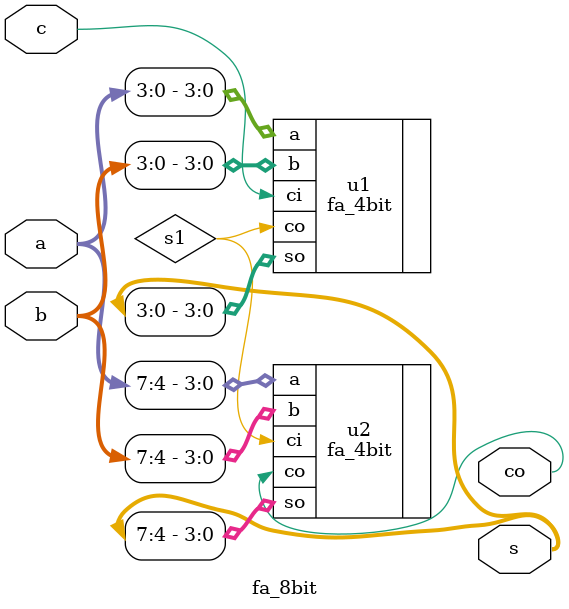
<source format=v>
`timescale 1ns / 1ps

module fa_8bit(
    input [7:0] a,
    input [7:0] b,
    input c,
    output [7:0] s,
    output co
    );
wire s1;
fa_4bit u1(
    .a(a[3:0]),
    .b(b[3:0]),
    .ci(c),
    .so(s[3:0]),
    .co(s1)
    );
fa_4bit u2(
    .a(a[7:4]),
    .b(b[7:4]),
    .ci(s1),
    .so(s[7:4]),
    .co(co)
    );
endmodule

</source>
